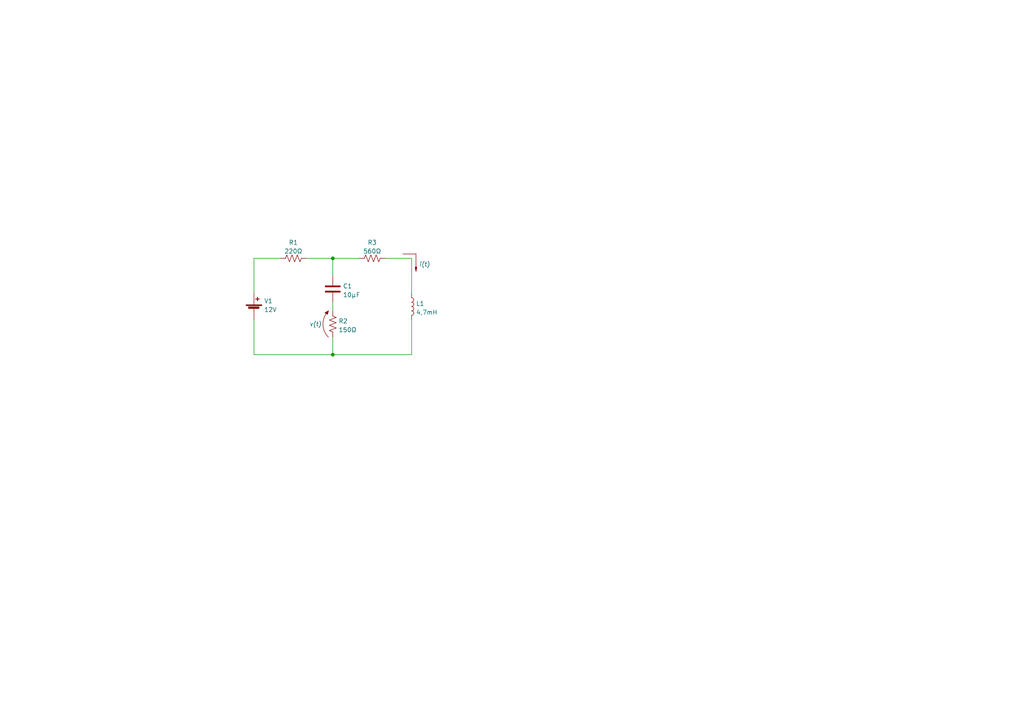
<source format=kicad_sch>
(kicad_sch (version 20211123) (generator eeschema)
  (paper "A4")
  (lib_symbols
    (symbol "Device:C" (pin_numbers hide) (pin_names (offset 0.254))
      (property "Reference" "C" (at 0.635 2.54 0))
      (property "Value" "C" (at 0.635 -2.54 0))
      (symbol "C_0_1"
        (polyline (pts (xy -2.032 -0.762) (xy 2.032 -0.762)) (stroke (width 0.508)))
        (polyline (pts (xy -2.032 0.762) (xy 2.032 0.762)) (stroke (width 0.508)))
      )
      (symbol "C_1_1"
        (pin passive line (at 0 3.81 270) (length 2.794) (name "~") (number "1"))
        (pin passive line (at 0 -3.81 90) (length 2.794) (name "~") (number "2"))
      )
    )
    (symbol "Device:L" (pin_numbers hide) (pin_names (offset 1.016) hide)
      (property "Reference" "L" (at -1.27 0 90))
      (property "Value" "L" (at 1.905 0 90))
      (symbol "L_0_1"
        (arc (start 0 -2.54) (mid 0.635 -1.905) (end 0 -1.27))
        (arc (start 0 -1.27) (mid 0.635 -0.635) (end 0 0))
        (arc (start 0 0) (mid 0.635 0.635) (end 0 1.27))
        (arc (start 0 1.27) (mid 0.635 1.905) (end 0 2.54))
      )
      (symbol "L_1_1"
        (pin passive line (at 0 3.81 270) (length 1.27) (name "1") (number "1"))
        (pin passive line (at 0 -3.81 90) (length 1.27) (name "2") (number "2"))
      )
    )
    (symbol "Device:R_US" (pin_numbers hide) (pin_names (offset 0))
      (property "Reference" "R" (at 2.54 0 90))
      (property "Value" "R_US" (at -2.54 0 90))
      (symbol "R_US_0_1"
        (polyline (pts (xy 0 -2.286) (xy 0 -2.54)))
        (polyline (pts (xy 0 2.286) (xy 0 2.54)))
        (polyline (pts (xy 0 -0.762) (xy 1.016 -1.143) (xy 0 -1.524) (xy -1.016 -1.905) (xy 0 -2.286)))
        (polyline (pts (xy 0 0.762) (xy 1.016 0.381) (xy 0 0) (xy -1.016 -0.381) (xy 0 -0.762)))
        (polyline (pts (xy 0 2.286) (xy 1.016 1.905) (xy 0 1.524) (xy -1.016 1.143) (xy 0 0.762)))
      )
      (symbol "R_US_1_1"
        (pin passive line (at 0 3.81 270) (length 1.27) (name "~") (number "1"))
        (pin passive line (at 0 -3.81 90) (length 1.27) (name "~") (number "2"))
      )
    )
    (symbol "Personalizados:fonte_tensao" (pin_numbers hide) (pin_names (offset 0) hide)
      (property "Reference" "V" (at 2.54 2.54 0))
      (symbol "fonte_tensao_0_1"
        (rectangle (start -2.286 1.778) (end 2.286 1.524) (fill (type outline)))
        (rectangle (start -1.5748 1.1938) (end 1.4732 0.6858) (fill (type outline)))
        (polyline (pts (xy 0 0.762) (xy 0 0)))
        (polyline (pts (xy 0 1.778) (xy 0 2.54)))
        (polyline (pts (xy 0.508 3.429) (xy 1.524 3.429)) (stroke (width 0.254)))
        (polyline (pts (xy 1.016 3.937) (xy 1.016 2.921)) (stroke (width 0.254)))
      )
      (symbol "fonte_tensao_1_1"
        (pin passive line (at 0 5.08 270) (length 2.54) (name "+") (number "1"))
        (pin passive line (at 0 -2.54 90) (length 2.54) (name "-") (number "2"))
      )
    )
    (symbol "Personalizados:seta_corrente_canto" (pin_names (offset 1.016))
      (property "Reference" "I" (at 1.905 1.27 0))
      (symbol "seta_corrente_canto_0_1"
        (polyline (pts (xy 0 0) (xy 0 -3.81)))
      )
      (symbol "seta_corrente_canto_1_1"
        (polyline (pts (xy 4.064 0) (xy 0 0)))
        (polyline (pts (xy 5.08 0) (xy 3.81 -0.254) (xy 3.81 0.254) (xy 5.08 0)) (fill (type outline)))
      )
    )
    (symbol "Personalizados:seta_tensao_longa" (pin_names (offset 1.016))
      (property "Reference" "V" (at -2.54 0 0))
      (symbol "seta_tensao_longa_0_1"
        (polyline (pts (xy 0 3.81) (xy -1.016 3.302) (xy -0.254 2.794) (xy 0 3.81)) (fill (type outline)))
        (arc (start 0 3.81) (mid -1.5782 0) (end 0 -3.81))
      )
    )
  )
  (junction (at 96.52 102.87))
  (junction (at 96.52 74.93))
  (wire (pts (xy 119.38 92.71) (xy 119.38 102.87)))
  (wire (pts (xy 96.52 102.87) (xy 73.66 102.87)))
  (wire (pts (xy 96.52 87.63) (xy 96.52 90.17)))
  (wire (pts (xy 96.52 74.93) (xy 96.52 80.01)))
  (wire (pts (xy 73.66 74.93) (xy 81.28 74.93)))
  (wire (pts (xy 111.76 74.93) (xy 119.38 74.93)))
  (wire (pts (xy 96.52 74.93) (xy 104.14 74.93)))
  (wire (pts (xy 96.52 102.87) (xy 119.38 102.87)))
  (wire (pts (xy 88.9 74.93) (xy 96.52 74.93)))
  (wire (pts (xy 73.66 102.87) (xy 73.66 92.71)))
  (wire (pts (xy 73.66 85.09) (xy 73.66 74.93)))
  (wire (pts (xy 119.38 74.93) (xy 119.38 85.09)))
  (wire (pts (xy 96.52 97.79) (xy 96.52 102.87)))
  (symbol (lib_id "Device:L") (at 119.38 88.9 0) (unit 1)
    (property "Reference" "L1" (at 120.65 88.0653 0) (effects (justify left)))
    (property "Value" "4,7mH" (at 120.65 90.6022 0) (effects (justify left)))
  )
  (symbol (lib_id "Device:R_US") (at 85.09 74.93 90) (unit 1)
    (property "Reference" "R1" (at 85.09 70.3412 90))
    (property "Value" "220Ω" (at 85.09 72.8781 90))
  )
  (symbol (lib_id "Personalizados:seta_corrente_canto") (at 120.65 73.66 270) (unit 1)
    (property "Reference" "I?" (effects hide))
    (property "Value" "i(t)" (at 121.539 76.6338 90) (effects (font italic) (justify left)))
  )
  (symbol (lib_id "Device:R_US") (at 96.52 93.98 180) (unit 1)
    (property "Reference" "R2" (at 98.171 93.1453 0) (effects (justify right)))
    (property "Value" "150Ω" (at 98.171 95.6822 0) (effects (justify right)))
  )
  (symbol (lib_id "Device:R_US") (at 107.95 74.93 90) (unit 1)
    (property "Reference" "R3" (at 107.95 70.3412 90))
    (property "Value" "560Ω" (at 107.95 72.8781 90))
  )
  (symbol (lib_id "Personalizados:fonte_tensao") (at 73.66 90.17 0) (unit 1)
    (property "Reference" "V1" (at 76.581 87.3033 0) (effects (justify left)))
    (property "Value" "12V" (at 76.581 89.8402 0) (effects (justify left)))
  )
  (symbol (lib_id "Personalizados:seta_tensao_longa") (at 95.25 93.98 0) (unit 1)
    (property "Reference" "V?" (effects hide))
    (property "Value" "v(t)" (at 91.44 93.98 0) (effects (font italic)))
  )
  (symbol (lib_id "Device:C") (at 96.52 83.82 0) (unit 1)
    (property "Reference" "C1" (at 99.441 82.9853 0) (effects (justify left)))
    (property "Value" "10μF" (at 99.441 85.5222 0) (effects (justify left)))
  )
)
</source>
